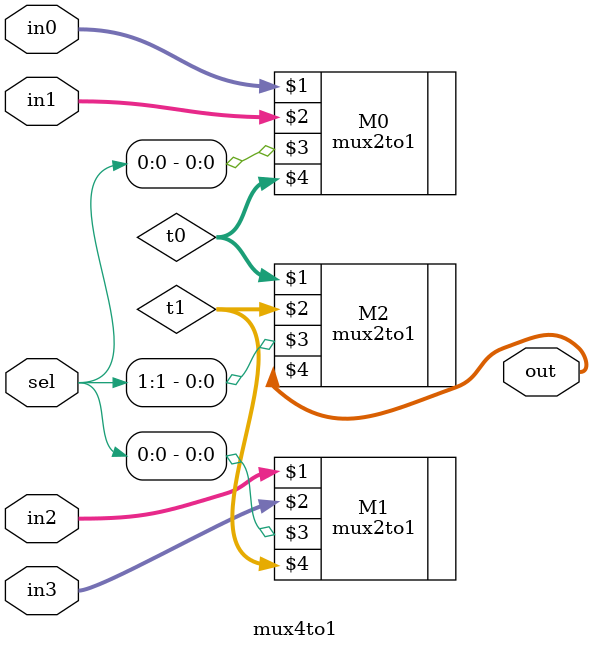
<source format=v>
`timescale 1ns / 1ps
module mux4to1(in0,in1,in2,in3,sel,out
    );
	 parameter N = 5;
	 input [N-1:0] in3,in2,in1,in0;
	 input [1:0] sel;
	 output [N-1:0] out;
	 wire [N-1:0] t1,t0;
	 
	 mux2to1 M0(in0,in1,sel[0],t0);
	 mux2to1 M1(in2,in3,sel[0],t1);
	 mux2to1 M2(t0,t1,sel[1],out);

endmodule

</source>
